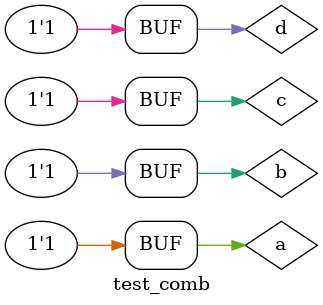
<source format=v>
module and_or_combination(input a,b,c,d,output y);
    wire a1,a2;
    and g1(a1,a,b);
    and g2(a2,c,d);
    or g3(y,a1,a2);
endmodule
module test_comb;
    reg a,b,c,d;
    wire y;
    and_or_combination obj(a,b,c,d,y);
    initial
    begin
        $dumpfile("andOr_test.vcd");
        $dumpvars(0,test_comb);
        a=0;b=0;c=0;d=0;
            #20;
        a=0;b=1;c=1;d=0;
            #20;
        a=1;b=0;c=0;d=1;
            #20;
        a=1;b=1;c=1;d=1;
            #20;
    end
endmodule
</source>
